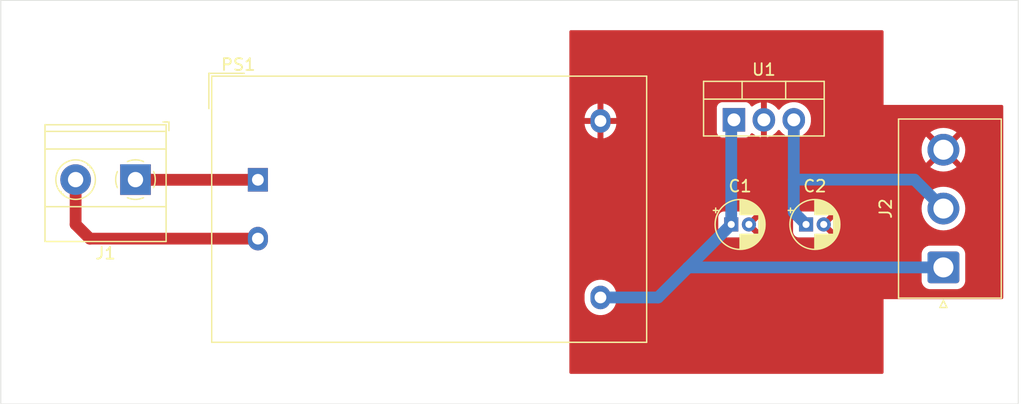
<source format=kicad_pcb>
(kicad_pcb (version 20240108) (generator "pcbnew") (generator_version "8.0")
  (layers (0 "F.Cu" signal) (31 "B.Cu" signal) (34 "B.Paste" user) (35 "F.Paste" user) (36 "B.SilkS" user "B.Silkscreen") (37 "F.SilkS" user "F.Silkscreen") (38 "B.Mask" user) (39 "F.Mask" user) (44 "Edge.Cuts" user))
  (net 0 "")
  (net 1 "+5VA")
  (net 2 "GND")
  (net 3 "+3.3V")
  (net 4 "Net-(J1-Pin_2)")
  (net 5 "Net-(J1-Pin_1)")
  (footprint "Connector_JST:JST_NV_B03P-NV_1x03_P5.00mm_Vertical" (layer "F.Cu") (at 152.4 63.34 90)
    (property "Reference" "J2" (at 5 -4.9 90) (layer "F.SilkS"))
    (property "Value" "Conn_01x03")
    (fp_line (start 12.61 -3.81) (end -2.61 -3.81) (stroke (width 0.12)) (layer "F.SilkS"))
    (fp_line (start -2.61 -3.81) (end -2.61 4.91) (stroke (width 0.12)) (layer "F.SilkS"))
    (fp_line (start -3.41 -0.3) (end -2.81 0) (stroke (width 0.12)) (layer "F.SilkS"))
    (fp_line (start -2.81 0) (end -3.41 0.3) (stroke (width 0.12)) (layer "F.SilkS"))
    (fp_line (start -3.41 0.3) (end -3.41 -0.3) (stroke (width 0.12)) (layer "F.SilkS"))
    (fp_line (start 12.61 4.91) (end 12.61 -3.81) (stroke (width 0.12)) (layer "F.SilkS"))
    (fp_line (start -2.61 4.91) (end 12.61 4.91) (stroke (width 0.12)) (layer "F.SilkS"))
    (pad "1" thru_hole roundrect (at 0 0 90) (size 2.7 2.7) (drill 1.7) (layers "*.Cu" "*.Mask") (roundrect_rratio 0.092593) (net 1 "+5VA"))
    (pad "2" thru_hole circle (at 5 0 90) (size 2.7 2.7) (drill 1.7) (layers "*.Cu" "*.Mask") (net 3 "+3.3V"))
    (pad "3" thru_hole circle (at 10 0 90) (size 2.7 2.7) (drill 1.7) (layers "*.Cu" "*.Mask") (net 2 "GND"))
  )
  (footprint "Package_TO_SOT_THT:TO-220-3_Vertical" (layer "F.Cu") (at 134.62 50.8)
    (property "Reference" "U1" (at 2.54 -4.27 0) (layer "F.SilkS"))
    (property "Value" "MCP1826S")
    (fp_line (start -2.58 -3.27) (end -2.58 1.371) (stroke (width 0.12)) (layer "F.SilkS"))
    (fp_line (start -2.58 -3.27) (end 7.66 -3.27) (stroke (width 0.12)) (layer "F.SilkS"))
    (fp_line (start -2.58 -1.76) (end 7.66 -1.76) (stroke (width 0.12)) (layer "F.SilkS"))
    (fp_line (start -2.58 1.371) (end 7.66 1.371) (stroke (width 0.12)) (layer "F.SilkS"))
    (fp_line (start 0.69 -3.27) (end 0.69 -1.76) (stroke (width 0.12)) (layer "F.SilkS"))
    (fp_line (start 4.391 -3.27) (end 4.391 -1.76) (stroke (width 0.12)) (layer "F.SilkS"))
    (fp_line (start 7.66 -3.27) (end 7.66 1.371) (stroke (width 0.12)) (layer "F.SilkS"))
    (pad "1" thru_hole rect (at 0 0) (size 1.905 2) (drill 1.1) (layers "*.Cu" "*.Mask") (net 1 "+5VA"))
    (pad "2" thru_hole oval (at 2.54 0) (size 1.905 2) (drill 1.1) (layers "*.Cu" "*.Mask") (net 2 "GND"))
    (pad "3" thru_hole oval (at 5.08 0) (size 1.905 2) (drill 1.1) (layers "*.Cu" "*.Mask") (net 3 "+3.3V"))
  )
  (footprint "Converter_ACDC:Converter_ACDC_Hi-Link_HLK-PMxx" (layer "F.Cu") (at 94.210199 55.895)
    (property "Reference" "PS1" (at -1.66 -9.79 0) (layer "F.SilkS"))
    (property "Value" "HLK-PM01")
    (fp_line (start -4.16 -9.05) (end -1.16 -9.05) (stroke (width 0.12)) (layer "F.SilkS"))
    (fp_line (start -4.16 -6.05) (end -4.16 -9.05) (stroke (width 0.12)) (layer "F.SilkS"))
    (fp_line (start -3.92 -8.81) (end -3.92 13.81) (stroke (width 0.12)) (layer "F.SilkS"))
    (fp_line (start -3.92 -8.81) (end 33 -8.81) (stroke (width 0.12)) (layer "F.SilkS"))
    (fp_line (start -3.92 13.81) (end 33 13.81) (stroke (width 0.12)) (layer "F.SilkS"))
    (fp_line (start 33 -8.81) (end 33 13.81) (stroke (width 0.12)) (layer "F.SilkS"))
    (pad "1" thru_hole rect (at 0 0) (size 1.7 2) (drill 1) (layers "*.Cu" "*.Mask") (net 5 "Net-(J1-Pin_1)"))
    (pad "2" thru_hole oval (at 0 5) (size 1.7 2) (drill 1) (layers "*.Cu" "*.Mask") (net 4 "Net-(J1-Pin_2)"))
    (pad "3" thru_hole oval (at 29.08 -5) (size 1.7 2) (drill 1) (layers "*.Cu" "*.Mask") (net 2 "GND"))
    (pad "4" thru_hole oval (at 29.08 10) (size 1.7 2) (drill 1) (layers "*.Cu" "*.Mask") (net 1 "+5VA"))
  )
  (footprint "Capacitor_THT:CP_Radial_D4.0mm_P1.50mm" (layer "F.Cu") (at 140.74 59.69)
    (property "Reference" "C2" (at 0.75 -3.25 0) (layer "F.SilkS"))
    (property "Value" "C_Polarized")
    (fp_line (start -1.519801 -1.195) (end -1.119801 -1.195) (stroke (width 0.12)) (layer "F.SilkS"))
    (fp_line (start -1.319801 -1.395) (end -1.319801 -0.995) (stroke (width 0.12)) (layer "F.SilkS"))
    (fp_line (start 0.75 -2.08) (end 0.75 -0.84) (stroke (width 0.12)) (layer "F.SilkS"))
    (fp_line (start 0.75 0.84) (end 0.75 2.08) (stroke (width 0.12)) (layer "F.SilkS"))
    (fp_line (start 0.79 -2.08) (end 0.79 -0.84) (stroke (width 0.12)) (layer "F.SilkS"))
    (fp_line (start 0.79 0.84) (end 0.79 2.08) (stroke (width 0.12)) (layer "F.SilkS"))
    (fp_line (start 0.83 -2.079) (end 0.83 -0.84) (stroke (width 0.12)) (layer "F.SilkS"))
    (fp_line (start 0.83 0.84) (end 0.83 2.079) (stroke (width 0.12)) (layer "F.SilkS"))
    (fp_line (start 0.87 -2.077) (end 0.87 -0.84) (stroke (width 0.12)) (layer "F.SilkS"))
    (fp_line (start 0.87 0.84) (end 0.87 2.077) (stroke (width 0.12)) (layer "F.SilkS"))
    (fp_line (start 0.91 -2.074) (end 0.91 -0.84) (stroke (width 0.12)) (layer "F.SilkS"))
    (fp_line (start 0.91 0.84) (end 0.91 2.074) (stroke (width 0.12)) (layer "F.SilkS"))
    (fp_line (start 0.95 -2.071) (end 0.95 -0.84) (stroke (width 0.12)) (layer "F.SilkS"))
    (fp_line (start 0.95 0.84) (end 0.95 2.071) (stroke (width 0.12)) (layer "F.SilkS"))
    (fp_line (start 0.99 -2.067) (end 0.99 -0.84) (stroke (width 0.12)) (layer "F.SilkS"))
    (fp_line (start 0.99 0.84) (end 0.99 2.067) (stroke (width 0.12)) (layer "F.SilkS"))
    (fp_line (start 1.03 -2.062) (end 1.03 -0.84) (stroke (width 0.12)) (layer "F.SilkS"))
    (fp_line (start 1.03 0.84) (end 1.03 2.062) (stroke (width 0.12)) (layer "F.SilkS"))
    (fp_line (start 1.07 -2.056) (end 1.07 -0.84) (stroke (width 0.12)) (layer "F.SilkS"))
    (fp_line (start 1.07 0.84) (end 1.07 2.056) (stroke (width 0.12)) (layer "F.SilkS"))
    (fp_line (start 1.11 -2.05) (end 1.11 -0.84) (stroke (width 0.12)) (layer "F.SilkS"))
    (fp_line (start 1.11 0.84) (end 1.11 2.05) (stroke (width 0.12)) (layer "F.SilkS"))
    (fp_line (start 1.15 -2.042) (end 1.15 -0.84) (stroke (width 0.12)) (layer "F.SilkS"))
    (fp_line (start 1.15 0.84) (end 1.15 2.042) (stroke (width 0.12)) (layer "F.SilkS"))
    (fp_line (start 1.19 -2.034) (end 1.19 -0.84) (stroke (width 0.12)) (layer "F.SilkS"))
    (fp_line (start 1.19 0.84) (end 1.19 2.034) (stroke (width 0.12)) (layer "F.SilkS"))
    (fp_line (start 1.23 -2.025) (end 1.23 -0.84) (stroke (width 0.12)) (layer "F.SilkS"))
    (fp_line (start 1.23 0.84) (end 1.23 2.025) (stroke (width 0.12)) (layer "F.SilkS"))
    (fp_line (start 1.27 -2.016) (end 1.27 -0.84) (stroke (width 0.12)) (layer "F.SilkS"))
    (fp_line (start 1.27 0.84) (end 1.27 2.016) (stroke (width 0.12)) (layer "F.SilkS"))
    (fp_line (start 1.31 -2.005) (end 1.31 -0.84) (stroke (width 0.12)) (layer "F.SilkS"))
    (fp_line (start 1.31 0.84) (end 1.31 2.005) (stroke (width 0.12)) (layer "F.SilkS"))
    (fp_line (start 1.35 -1.994) (end 1.35 -0.84) (stroke (width 0.12)) (layer "F.SilkS"))
    (fp_line (start 1.35 0.84) (end 1.35 1.994) (stroke (width 0.12)) (layer "F.SilkS"))
    (fp_line (start 1.39 -1.982) (end 1.39 -0.84) (stroke (width 0.12)) (layer "F.SilkS"))
    (fp_line (start 1.39 0.84) (end 1.39 1.982) (stroke (width 0.12)) (layer "F.SilkS"))
    (fp_line (start 1.43 -1.968) (end 1.43 -0.84) (stroke (width 0.12)) (layer "F.SilkS"))
    (fp_line (start 1.43 0.84) (end 1.43 1.968) (stroke (width 0.12)) (layer "F.SilkS"))
    (fp_line (start 1.471 -1.954) (end 1.471 -0.84) (stroke (width 0.12)) (layer "F.SilkS"))
    (fp_line (start 1.471 0.84) (end 1.471 1.954) (stroke (width 0.12)) (layer "F.SilkS"))
    (fp_line (start 1.511 -1.94) (end 1.511 -0.84) (stroke (width 0.12)) (layer "F.SilkS"))
    (fp_line (start 1.511 0.84) (end 1.511 1.94) (stroke (width 0.12)) (layer "F.SilkS"))
    (fp_line (start 1.551 -1.924) (end 1.551 -0.84) (stroke (width 0.12)) (layer "F.SilkS"))
    (fp_line (start 1.551 0.84) (end 1.551 1.924) (stroke (width 0.12)) (layer "F.SilkS"))
    (fp_line (start 1.591 -1.907) (end 1.591 -0.84) (stroke (width 0.12)) (layer "F.SilkS"))
    (fp_line (start 1.591 0.84) (end 1.591 1.907) (stroke (width 0.12)) (layer "F.SilkS"))
    (fp_line (start 1.631 -1.889) (end 1.631 -0.84) (stroke (width 0.12)) (layer "F.SilkS"))
    (fp_line (start 1.631 0.84) (end 1.631 1.889) (stroke (width 0.12)) (layer "F.SilkS"))
    (fp_line (start 1.671 -1.87) (end 1.671 -0.84) (stroke (width 0.12)) (layer "F.SilkS"))
    (fp_line (start 1.671 0.84) (end 1.671 1.87) (stroke (width 0.12)) (layer "F.SilkS"))
    (fp_line (start 1.711 -1.851) (end 1.711 -0.84) (stroke (width 0.12)) (layer "F.SilkS"))
    (fp_line (start 1.711 0.84) (end 1.711 1.851) (stroke (width 0.12)) (layer "F.SilkS"))
    (fp_line (start 1.751 -1.83) (end 1.751 -0.84) (stroke (width 0.12)) (layer "F.SilkS"))
    (fp_line (start 1.751 0.84) (end 1.751 1.83) (stroke (width 0.12)) (layer "F.SilkS"))
    (fp_line (start 1.791 -1.808) (end 1.791 -0.84) (stroke (width 0.12)) (layer "F.SilkS"))
    (fp_line (start 1.791 0.84) (end 1.791 1.808) (stroke (width 0.12)) (layer "F.SilkS"))
    (fp_line (start 1.831 -1.785) (end 1.831 -0.84) (stroke (width 0.12)) (layer "F.SilkS"))
    (fp_line (start 1.831 0.84) (end 1.831 1.785) (stroke (width 0.12)) (layer "F.SilkS"))
    (fp_line (start 1.871 -1.76) (end 1.871 -0.84) (stroke (width 0.12)) (layer "F.SilkS"))
    (fp_line (start 1.871 0.84) (end 1.871 1.76) (stroke (width 0.12)) (layer "F.SilkS"))
    (fp_line (start 1.911 -1.735) (end 1.911 -0.84) (stroke (width 0.12)) (layer "F.SilkS"))
    (fp_line (start 1.911 0.84) (end 1.911 1.735) (stroke (width 0.12)) (layer "F.SilkS"))
    (fp_line (start 1.951 -1.708) (end 1.951 -0.84) (stroke (width 0.12)) (layer "F.SilkS"))
    (fp_line (start 1.951 0.84) (end 1.951 1.708) (stroke (width 0.12)) (layer "F.SilkS"))
    (fp_line (start 1.991 -1.68) (end 1.991 -0.84) (stroke (width 0.12)) (layer "F.SilkS"))
    (fp_line (start 1.991 0.84) (end 1.991 1.68) (stroke (width 0.12)) (layer "F.SilkS"))
    (fp_line (start 2.031 -1.65) (end 2.031 -0.84) (stroke (width 0.12)) (layer "F.SilkS"))
    (fp_line (start 2.031 0.84) (end 2.031 1.65) (stroke (width 0.12)) (layer "F.SilkS"))
    (fp_line (start 2.071 -1.619) (end 2.071 -0.84) (stroke (width 0.12)) (layer "F.SilkS"))
    (fp_line (start 2.071 0.84) (end 2.071 1.619) (stroke (width 0.12)) (layer "F.SilkS"))
    (fp_line (start 2.111 -1.587) (end 2.111 -0.84) (stroke (width 0.12)) (layer "F.SilkS"))
    (fp_line (start 2.111 0.84) (end 2.111 1.587) (stroke (width 0.12)) (layer "F.SilkS"))
    (fp_line (start 2.151 -1.552) (end 2.151 -0.84) (stroke (width 0.12)) (layer "F.SilkS"))
    (fp_line (start 2.151 0.84) (end 2.151 1.552) (stroke (width 0.12)) (layer "F.SilkS"))
    (fp_line (start 2.191 -1.516) (end 2.191 -0.84) (stroke (width 0.12)) (layer "F.SilkS"))
    (fp_line (start 2.191 0.84) (end 2.191 1.516) (stroke (width 0.12)) (layer "F.SilkS"))
    (fp_line (start 2.231 -1.478) (end 2.231 -0.84) (stroke (width 0.12)) (layer "F.SilkS"))
    (fp_line (start 2.231 0.84) (end 2.231 1.478) (stroke (width 0.12)) (layer "F.SilkS"))
    (fp_line (start 2.271 -1.438) (end 2.271 -0.84) (stroke (width 0.12)) (layer "F.SilkS"))
    (fp_line (start 2.271 0.84) (end 2.271 1.438) (stroke (width 0.12)) (layer "F.SilkS"))
    (fp_line (start 2.311 -1.396) (end 2.311 -0.84) (stroke (width 0.12)) (layer "F.SilkS"))
    (fp_line (start 2.311 0.84) (end 2.311 1.396) (stroke (width 0.12)) (layer "F.SilkS"))
    (fp_line (start 2.351 -1.351) (end 2.351 1.351) (stroke (width 0.12)) (layer "F.SilkS"))
    (fp_line (start 2.391 -1.304) (end 2.391 1.304) (stroke (width 0.12)) (layer "F.SilkS"))
    (fp_line (start 2.431 -1.254) (end 2.431 1.254) (stroke (width 0.12)) (layer "F.SilkS"))
    (fp_line (start 2.471 -1.2) (end 2.471 1.2) (stroke (width 0.12)) (layer "F.SilkS"))
    (fp_line (start 2.511 -1.142) (end 2.511 1.142) (stroke (width 0.12)) (layer "F.SilkS"))
    (fp_line (start 2.551 -1.08) (end 2.551 1.08) (stroke (width 0.12)) (layer "F.SilkS"))
    (fp_line (start 2.591 -1.013) (end 2.591 1.013) (stroke (width 0.12)) (layer "F.SilkS"))
    (fp_line (start 2.631 -0.94) (end 2.631 0.94) (stroke (width 0.12)) (layer "F.SilkS"))
    (fp_line (start 2.671 -0.859) (end 2.671 0.859) (stroke (width 0.12)) (layer "F.SilkS"))
    (fp_line (start 2.711 -0.768) (end 2.711 0.768) (stroke (width 0.12)) (layer "F.SilkS"))
    (fp_line (start 2.751 -0.664) (end 2.751 0.664) (stroke (width 0.12)) (layer "F.SilkS"))
    (fp_line (start 2.791 -0.537) (end 2.791 0.537) (stroke (width 0.12)) (layer "F.SilkS"))
    (fp_line (start 2.831 -0.37) (end 2.831 0.37) (stroke (width 0.12)) (layer "F.SilkS"))
    (fp_circle (center 0.75 0) (end 2.87 0) (stroke (width 0.12)) (fill none) (layer "F.SilkS"))
    (pad "1" thru_hole rect (at 0 0) (size 1.2 1.2) (drill 0.6) (layers "*.Cu" "*.Mask") (net 3 "+3.3V"))
    (pad "2" thru_hole circle (at 1.5 0) (size 1.2 1.2) (drill 0.6) (layers "*.Cu" "*.Mask") (net 2 "GND"))
  )
  (footprint "MountingHole:MountingHole_2.2mm_M2_DIN965" (layer "F.Cu") (at 153.67 69.85)
    (property "Reference" "H4" (hide yes))
    (property "Value" "MountingHole")
    (pad "" np_thru_hole circle (at 0 0) (size 2.2 2.2) (drill 2.2) (layers "*.Cu" "*.Mask"))
  )
  (footprint "TerminalBlock_Phoenix:TerminalBlock_Phoenix_MKDS-1,5-2-5.08_1x02_P5.08mm_Horizontal" (layer "F.Cu") (at 83.82 55.88 180)
    (property "Reference" "J1" (at 2.54 -6.26 360) (layer "F.SilkS"))
    (property "Value" "Screw_Terminal_01x02")
    (fp_line (start 7.68 -5.261) (end 7.68 4.66) (stroke (width 0.12)) (layer "F.SilkS"))
    (fp_line (start 6.355 -1.069) (end 6.308 -1.023) (stroke (width 0.12)) (layer "F.SilkS"))
    (fp_line (start 6.15 -1.275) (end 6.115 -1.239) (stroke (width 0.12)) (layer "F.SilkS"))
    (fp_line (start 4.046 1.239) (end 4.011 1.274) (stroke (width 0.12)) (layer "F.SilkS"))
    (fp_line (start 3.853 1.023) (end 3.806 1.069) (stroke (width 0.12)) (layer "F.SilkS"))
    (fp_line (start -2.6 4.66) (end 7.68 4.66) (stroke (width 0.12)) (layer "F.SilkS"))
    (fp_line (start -2.6 4.1) (end 7.68 4.1) (stroke (width 0.12)) (layer "F.SilkS"))
    (fp_line (start -2.6 2.6) (end 7.68 2.6) (stroke (width 0.12)) (layer "F.SilkS"))
    (fp_line (start -2.6 -2.301) (end 7.68 -2.301) (stroke (width 0.12)) (layer "F.SilkS"))
    (fp_line (start -2.6 -5.261) (end 7.68 -5.261) (stroke (width 0.12)) (layer "F.SilkS"))
    (fp_line (start -2.6 -5.261) (end -2.6 4.66) (stroke (width 0.12)) (layer "F.SilkS"))
    (fp_line (start -2.84 4.9) (end -2.34 4.9) (stroke (width 0.12)) (layer "F.SilkS"))
    (fp_line (start -2.84 4.16) (end -2.84 4.9) (stroke (width 0.12)) (layer "F.SilkS"))
    (fp_arc (start 1.535427 -0.683042) (mid 1.680501 0.000524) (end 1.535 0.684) (stroke (width 0.12)) (layer "F.SilkS"))
    (fp_arc (start 0.683318 1.534756) (mid 0.349292 1.643288) (end 0 1.68) (stroke (width 0.12)) (layer "F.SilkS"))
    (fp_arc (start 0.028805 1.680253) (mid -0.335551 1.646659) (end -0.684 1.535) (stroke (width 0.12)) (layer "F.SilkS"))
    (fp_arc (start -0.683042 -1.535427) (mid 0.000524 -1.680501) (end 0.684 -1.535) (stroke (width 0.12)) (layer "F.SilkS"))
    (fp_arc (start -1.535427 0.683042) (mid -1.680501 -0.000524) (end -1.535 -0.684) (stroke (width 0.12)) (layer "F.SilkS"))
    (fp_circle (center 5.08 0) (end 6.76 0) (stroke (width 0.12)) (fill none) (layer "F.SilkS"))
    (pad "1" thru_hole rect (at 0 0 180) (size 2.6 2.6) (drill 1.3) (layers "*.Cu" "*.Mask") (net 5 "Net-(J1-Pin_1)"))
    (pad "2" thru_hole circle (at 5.08 0 180) (size 2.6 2.6) (drill 1.3) (layers "*.Cu" "*.Mask") (net 4 "Net-(J1-Pin_2)"))
  )
  (footprint "MountingHole:MountingHole_2.2mm_M2_DIN965" (layer "F.Cu") (at 77.47 44.45)
    (property "Reference" "H1" (hide yes))
    (property "Value" "MountingHole")
    (pad "" np_thru_hole circle (at 0 0) (size 2.2 2.2) (drill 2.2) (layers "*.Cu" "*.Mask"))
  )
  (footprint "MountingHole:MountingHole_2.2mm_M2_DIN965" (layer "F.Cu") (at 153.67 44.45)
    (property "Reference" "H3" (hide yes))
    (property "Value" "MountingHole")
    (pad "" np_thru_hole circle (at 0 0) (size 2.2 2.2) (drill 2.2) (layers "*.Cu" "*.Mask"))
  )
  (footprint "MountingHole:MountingHole_2.2mm_M2_DIN965" (layer "F.Cu") (at 78.74 69.85)
    (property "Reference" "H2" (hide yes))
    (property "Value" "MountingHole")
    (pad "" np_thru_hole circle (at 0 0) (size 2.2 2.2) (drill 2.2) (layers "*.Cu" "*.Mask"))
  )
  (footprint "Capacitor_THT:CP_Radial_D4.0mm_P1.50mm" (layer "F.Cu") (at 134.39 59.69)
    (property "Reference" "C1" (at 0.75 -3.25 0) (layer "F.SilkS"))
    (property "Value" "C_Polarized")
    (fp_line (start -1.519801 -1.195) (end -1.119801 -1.195) (stroke (width 0.12)) (layer "F.SilkS"))
    (fp_line (start -1.319801 -1.395) (end -1.319801 -0.995) (stroke (width 0.12)) (layer "F.SilkS"))
    (fp_line (start 0.75 -2.08) (end 0.75 -0.84) (stroke (width 0.12)) (layer "F.SilkS"))
    (fp_line (start 0.75 0.84) (end 0.75 2.08) (stroke (width 0.12)) (layer "F.SilkS"))
    (fp_line (start 0.79 -2.08) (end 0.79 -0.84) (stroke (width 0.12)) (layer "F.SilkS"))
    (fp_line (start 0.79 0.84) (end 0.79 2.08) (stroke (width 0.12)) (layer "F.SilkS"))
    (fp_line (start 0.83 -2.079) (end 0.83 -0.84) (stroke (width 0.12)) (layer "F.SilkS"))
    (fp_line (start 0.83 0.84) (end 0.83 2.079) (stroke (width 0.12)) (layer "F.SilkS"))
    (fp_line (start 0.87 -2.077) (end 0.87 -0.84) (stroke (width 0.12)) (layer "F.SilkS"))
    (fp_line (start 0.87 0.84) (end 0.87 2.077) (stroke (width 0.12)) (layer "F.SilkS"))
    (fp_line (start 0.91 -2.074) (end 0.91 -0.84) (stroke (width 0.12)) (layer "F.SilkS"))
    (fp_line (start 0.91 0.84) (end 0.91 2.074) (stroke (width 0.12)) (layer "F.SilkS"))
    (fp_line (start 0.95 -2.071) (end 0.95 -0.84) (stroke (width 0.12)) (layer "F.SilkS"))
    (fp_line (start 0.95 0.84) (end 0.95 2.071) (stroke (width 0.12)) (layer "F.SilkS"))
    (fp_line (start 0.99 -2.067) (end 0.99 -0.84) (stroke (width 0.12)) (layer "F.SilkS"))
    (fp_line (start 0.99 0.84) (end 0.99 2.067) (stroke (width 0.12)) (layer "F.SilkS"))
    (fp_line (start 1.03 -2.062) (end 1.03 -0.84) (stroke (width 0.12)) (layer "F.SilkS"))
    (fp_line (start 1.03 0.84) (end 1.03 2.062) (stroke (width 0.12)) (layer "F.SilkS"))
    (fp_line (start 1.07 -2.056) (end 1.07 -0.84) (stroke (width 0.12)) (layer "F.SilkS"))
    (fp_line (start 1.07 0.84) (end 1.07 2.056) (stroke (width 0.12)) (layer "F.SilkS"))
    (fp_line (start 1.11 -2.05) (end 1.11 -0.84) (stroke (width 0.12)) (layer "F.SilkS"))
    (fp_line (start 1.11 0.84) (end 1.11 2.05) (stroke (width 0.12)) (layer "F.SilkS"))
    (fp_line (start 1.15 -2.042) (end 1.15 -0.84) (stroke (width 0.12)) (layer "F.SilkS"))
    (fp_line (start 1.15 0.84) (end 1.15 2.042) (stroke (width 0.12)) (layer "F.SilkS"))
    (fp_line (start 1.19 -2.034) (end 1.19 -0.84) (stroke (width 0.12)) (layer "F.SilkS"))
    (fp_line (start 1.19 0.84) (end 1.19 2.034) (stroke (width 0.12)) (layer "F.SilkS"))
    (fp_line (start 1.23 -2.025) (end 1.23 -0.84) (stroke (width 0.12)) (layer "F.SilkS"))
    (fp_line (start 1.23 0.84) (end 1.23 2.025) (stroke (width 0.12)) (layer "F.SilkS"))
    (fp_line (start 1.27 -2.016) (end 1.27 -0.84) (stroke (width 0.12)) (layer "F.SilkS"))
    (fp_line (start 1.27 0.84) (end 1.27 2.016) (stroke (width 0.12)) (layer "F.SilkS"))
    (fp_line (start 1.31 -2.005) (end 1.31 -0.84) (stroke (width 0.12)) (layer "F.SilkS"))
    (fp_line (start 1.31 0.84) (end 1.31 2.005) (stroke (width 0.12)) (layer "F.SilkS"))
    (fp_line (start 1.35 -1.994) (end 1.35 -0.84) (stroke (width 0.12)) (layer "F.SilkS"))
    (fp_line (start 1.35 0.84) (end 1.35 1.994) (stroke (width 0.12)) (layer "F.SilkS"))
    (fp_line (start 1.39 -1.982) (end 1.39 -0.84) (stroke (width 0.12)) (layer "F.SilkS"))
    (fp_line (start 1.39 0.84) (end 1.39 1.982) (stroke (width 0.12)) (layer "F.SilkS"))
    (fp_line (start 1.43 -1.968) (end 1.43 -0.84) (stroke (width 0.12)) (layer "F.SilkS"))
    (fp_line (start 1.43 0.84) (end 1.43 1.968) (stroke (width 0.12)) (layer "F.SilkS"))
    (fp_line (start 1.471 -1.954) (end 1.471 -0.84) (stroke (width 0.12)) (layer "F.SilkS"))
    (fp_line (start 1.471 0.84) (end 1.471 1.954) (stroke (width 0.12)) (layer "F.SilkS"))
    (fp_line (start 1.511 -1.94) (end 1.511 -0.84) (stroke (width 0.12)) (layer "F.SilkS"))
    (fp_line (start 1.511 0.84) (end 1.511 1.94) (stroke (width 0.12)) (layer "F.SilkS"))
    (fp_line (start 1.551 -1.924) (end 1.551 -0.84) (stroke (width 0.12)) (layer "F.SilkS"))
    (fp_line (start 1.551 0.84) (end 1.551 1.924) (stroke (width 0.12)) (layer "F.SilkS"))
    (fp_line (start 1.591 -1.907) (end 1.591 -0.84) (stroke (width 0.12)) (layer "F.SilkS"))
    (fp_line (start 1.591 0.84) (end 1.591 1.907) (stroke (width 0.12)) (layer "F.SilkS"))
    (fp_line (start 1.631 -1.889) (end 1.631 -0.84) (stroke (width 0.12)) (layer "F.SilkS"))
    (fp_line (start 1.631 0.84) (end 1.631 1.889) (stroke (width 0.12)) (layer "F.SilkS"))
    (fp_line (start 1.671 -1.87) (end 1.671 -0.84) (stroke (width 0.12)) (layer "F.SilkS"))
    (fp_line (start 1.671 0.84) (end 1.671 1.87) (stroke (width 0.12)) (layer "F.SilkS"))
    (fp_line (start 1.711 -1.851) (end 1.711 -0.84) (stroke (width 0.12)) (layer "F.SilkS"))
    (fp_line (start 1.711 0.84) (end 1.711 1.851) (stroke (width 0.12)) (layer "F.SilkS"))
    (fp_line (start 1.751 -1.83) (end 1.751 -0.84) (stroke (width 0.12)) (layer "F.SilkS"))
    (fp_line (start 1.751 0.84) (end 1.751 1.83) (stroke (width 0.12)) (layer "F.SilkS"))
    (fp_line (start 1.791 -1.808) (end 1.791 -0.84) (stroke (width 0.12)) (layer "F.SilkS"))
    (fp_line (start 1.791 0.84) (end 1.791 1.808) (stroke (width 0.12)) (layer "F.SilkS"))
    (fp_line (start 1.831 -1.785) (end 1.831 -0.84) (stroke (width 0.12)) (layer "F.SilkS"))
    (fp_line (start 1.831 0.84) (end 1.831 1.785) (stroke (width 0.12)) (layer "F.SilkS"))
    (fp_line (start 1.871 -1.76) (end 1.871 -0.84) (stroke (width 0.12)) (layer "F.SilkS"))
    (fp_line (start 1.871 0.84) (end 1.871 1.76) (stroke (width 0.12)) (layer "F.SilkS"))
    (fp_line (start 1.911 -1.735) (end 1.911 -0.84) (stroke (width 0.12)) (layer "F.SilkS"))
    (fp_line (start 1.911 0.84) (end 1.911 1.735) (stroke (width 0.12)) (layer "F.SilkS"))
    (fp_line (start 1.951 -1.708) (end 1.951 -0.84) (stroke (width 0.12)) (layer "F.SilkS"))
    (fp_line (start 1.951 0.84) (end 1.951 1.708) (stroke (width 0.12)) (layer "F.SilkS"))
    (fp_line (start 1.991 -1.68) (end 1.991 -0.84) (stroke (width 0.12)) (layer "F.SilkS"))
    (fp_line (start 1.991 0.84) (end 1.991 1.68) (stroke (width 0.12)) (layer "F.SilkS"))
    (fp_line (start 2.031 -1.65) (end 2.031 -0.84) (stroke (width 0.12)) (layer "F.SilkS"))
    (fp_line (start 2.031 0.84) (end 2.031 1.65) (stroke (width 0.12)) (layer "F.SilkS"))
    (fp_line (start 2.071 -1.619) (end 2.071 -0.84) (stroke (width 0.12)) (layer "F.SilkS"))
    (fp_line (start 2.071 0.84) (end 2.071 1.619) (stroke (width 0.12)) (layer "F.SilkS"))
    (fp_line (start 2.111 -1.587) (end 2.111 -0.84) (stroke (width 0.12)) (layer "F.SilkS"))
    (fp_line (start 2.111 0.84) (end 2.111 1.587) (stroke (width 0.12)) (layer "F.SilkS"))
    (fp_line (start 2.151 -1.552) (end 2.151 -0.84) (stroke (width 0.12)) (layer "F.SilkS"))
    (fp_line (start 2.151 0.84) (end 2.151 1.552) (stroke (width 0.12)) (layer "F.SilkS"))
    (fp_line (start 2.191 -1.516) (end 2.191 -0.84) (stroke (width 0.12)) (layer "F.SilkS"))
    (fp_line (start 2.191 0.84) (end 2.191 1.516) (stroke (width 0.12)) (layer "F.SilkS"))
    (fp_line (start 2.231 -1.478) (end 2.231 -0.84) (stroke (width 0.12)) (layer "F.SilkS"))
    (fp_line (start 2.231 0.84) (end 2.231 1.478) (stroke (width 0.12)) (layer "F.SilkS"))
    (fp_line (start 2.271 -1.438) (end 2.271 -0.84) (stroke (width 0.12)) (layer "F.SilkS"))
    (fp_line (start 2.271 0.84) (end 2.271 1.438) (stroke (width 0.12)) (layer "F.SilkS"))
    (fp_line (start 2.311 -1.396) (end 2.311 -0.84) (stroke (width 0.12)) (layer "F.SilkS"))
    (fp_line (start 2.311 0.84) (end 2.311 1.396) (stroke (width 0.12)) (layer "F.SilkS"))
    (fp_line (start 2.351 -1.351) (end 2.351 1.351) (stroke (width 0.12)) (layer "F.SilkS"))
    (fp_line (start 2.391 -1.304) (end 2.391 1.304) (stroke (width 0.12)) (layer "F.SilkS"))
    (fp_line (start 2.431 -1.254) (end 2.431 1.254) (stroke (width 0.12)) (layer "F.SilkS"))
    (fp_line (start 2.471 -1.2) (end 2.471 1.2) (stroke (width 0.12)) (layer "F.SilkS"))
    (fp_line (start 2.511 -1.142) (end 2.511 1.142) (stroke (width 0.12)) (layer "F.SilkS"))
    (fp_line (start 2.551 -1.08) (end 2.551 1.08) (stroke (width 0.12)) (layer "F.SilkS"))
    (fp_line (start 2.591 -1.013) (end 2.591 1.013) (stroke (width 0.12)) (layer "F.SilkS"))
    (fp_line (start 2.631 -0.94) (end 2.631 0.94) (stroke (width 0.12)) (layer "F.SilkS"))
    (fp_line (start 2.671 -0.859) (end 2.671 0.859) (stroke (width 0.12)) (layer "F.SilkS"))
    (fp_line (start 2.711 -0.768) (end 2.711 0.768) (stroke (width 0.12)) (layer "F.SilkS"))
    (fp_line (start 2.751 -0.664) (end 2.751 0.664) (stroke (width 0.12)) (layer "F.SilkS"))
    (fp_line (start 2.791 -0.537) (end 2.791 0.537) (stroke (width 0.12)) (layer "F.SilkS"))
    (fp_line (start 2.831 -0.37) (end 2.831 0.37) (stroke (width 0.12)) (layer "F.SilkS"))
    (fp_circle (center 0.75 0) (end 2.87 0) (stroke (width 0.12)) (fill none) (layer "F.SilkS"))
    (pad "1" thru_hole rect (at 0 0) (size 1.2 1.2) (drill 0.6) (layers "*.Cu" "*.Mask") (net 1 "+5VA"))
    (pad "2" thru_hole circle (at 1.5 0) (size 1.2 1.2) (drill 0.6) (layers "*.Cu" "*.Mask") (net 2 "GND"))
  )
  (gr_rect (start 72.39 40.64) (end 158.75 74.93) (stroke (width 0.05)) (fill none) (layer "Edge.Cuts"))
  (segment (start 134.39 51.03) (end 134.39 59.69) (width 1) (layer "B.Cu") (net 1))
  (segment (start 123.290199 65.895) (end 128.185 65.895) (width 1) (layer "B.Cu") (net 1))
  (segment (start 134.62 50.8) (end 134.39 51.03) (width 1) (layer "B.Cu") (net 1))
  (segment (start 152.4 63.34) (end 130.74 63.34) (width 1) (layer "B.Cu") (net 1))
  (segment (start 130.695 63.385) (end 134.39 59.69) (width 1) (layer "B.Cu") (net 1))
  (segment (start 130.74 63.34) (end 130.695 63.385) (width 1) (layer "B.Cu") (net 1))
  (segment (start 128.185 65.895) (end 130.695 63.385) (width 1) (layer "B.Cu") (net 1))
  (segment (start 139.7 58.65) (end 140.74 59.69) (width 1) (layer "B.Cu") (net 3))
  (segment (start 139.7 50.8) (end 139.7 55.88) (width 1) (layer "B.Cu") (net 3))
  (segment (start 139.7 55.88) (end 139.7 58.65) (width 1) (layer "B.Cu") (net 3))
  (segment (start 149.94 55.88) (end 139.7 55.88) (width 1) (layer "B.Cu") (net 3))
  (segment (start 152.4 58.34) (end 149.94 55.88) (width 1) (layer "B.Cu") (net 3))
  (segment (start 79.945 60.895) (end 78.74 59.69) (width 1) (layer "F.Cu") (net 4))
  (segment (start 94.210199 60.895) (end 79.945 60.895) (width 1) (layer "F.Cu") (net 4))
  (segment (start 78.74 59.69) (end 78.74 55.88) (width 1) (layer "F.Cu") (net 4))
  (segment (start 85.105 55.895) (end 94.210199 55.895) (width 1) (layer "F.Cu") (net 5))
  (segment (start 85.09 55.88) (end 85.105 55.895) (width 1) (layer "F.Cu") (net 5))
  (segment (start 83.82 55.88) (end 85.09 55.88) (width 1) (layer "F.Cu") (net 5))
  (segment (start 94.190199 55.875) (end 94.210199 55.895) (width 1) (layer "B.Cu") (net 5))
  (zone (net 2) (net_name "GND") (layer "F.Cu") (connect_pads (clearance 0.5)) (min_thickness 0.25) (fill yes (thermal_gap 0.5) (thermal_bridge_width 0.5))
    (polygon (pts (xy 120.65 43.18) (xy 147.32 43.18) (xy 147.32 49.53) (xy 157.48 49.53) (xy 157.48 66.04) (xy 147.32 66.04) (xy 147.32 72.39) (xy 120.65 72.39)))
  )
)
</source>
